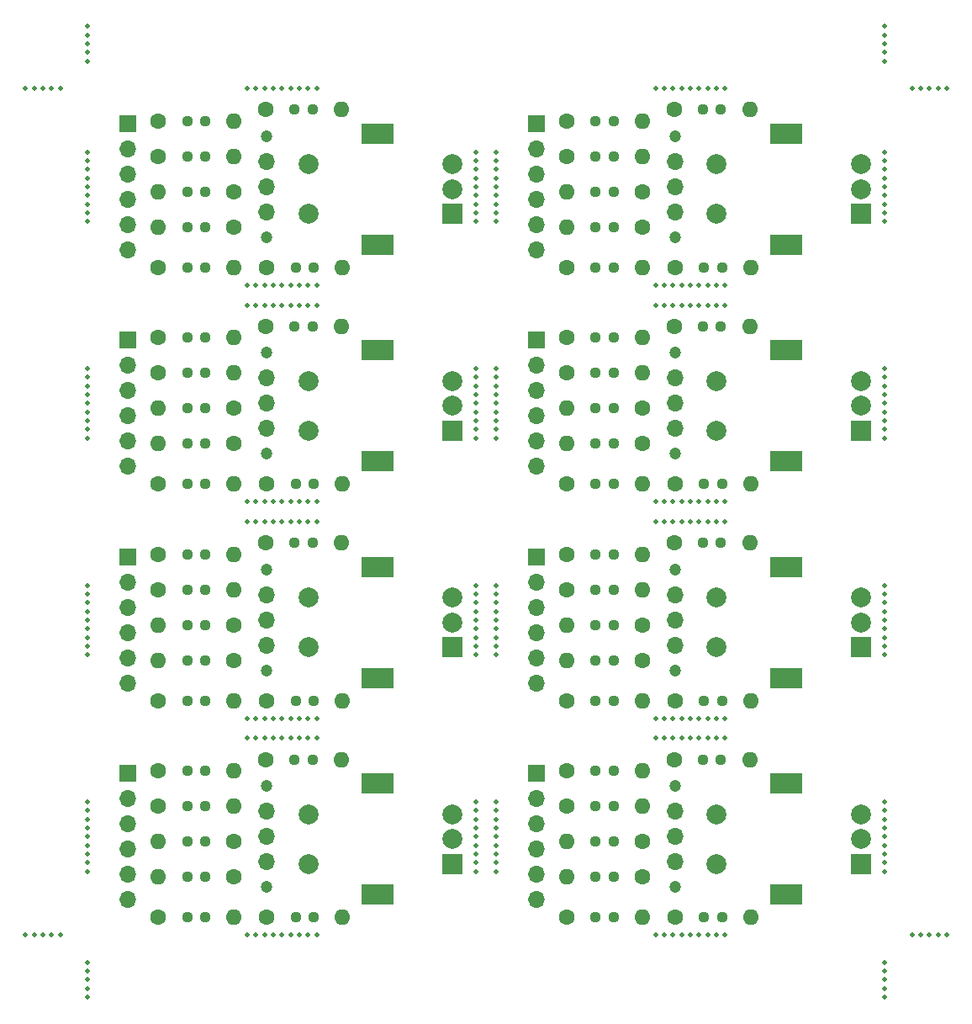
<source format=gbr>
%TF.GenerationSoftware,KiCad,Pcbnew,7.0.2*%
%TF.CreationDate,2023-06-05T19:45:02+09:00*%
%TF.ProjectId,kikit,6b696b69-742e-46b6-9963-61645f706362,rev?*%
%TF.SameCoordinates,Original*%
%TF.FileFunction,Soldermask,Top*%
%TF.FilePolarity,Negative*%
%FSLAX46Y46*%
G04 Gerber Fmt 4.6, Leading zero omitted, Abs format (unit mm)*
G04 Created by KiCad (PCBNEW 7.0.2) date 2023-06-05 19:45:02*
%MOMM*%
%LPD*%
G01*
G04 APERTURE LIST*
G04 Aperture macros list*
%AMRoundRect*
0 Rectangle with rounded corners*
0 $1 Rounding radius*
0 $2 $3 $4 $5 $6 $7 $8 $9 X,Y pos of 4 corners*
0 Add a 4 corners polygon primitive as box body*
4,1,4,$2,$3,$4,$5,$6,$7,$8,$9,$2,$3,0*
0 Add four circle primitives for the rounded corners*
1,1,$1+$1,$2,$3*
1,1,$1+$1,$4,$5*
1,1,$1+$1,$6,$7*
1,1,$1+$1,$8,$9*
0 Add four rect primitives between the rounded corners*
20,1,$1+$1,$2,$3,$4,$5,0*
20,1,$1+$1,$4,$5,$6,$7,0*
20,1,$1+$1,$6,$7,$8,$9,0*
20,1,$1+$1,$8,$9,$2,$3,0*%
G04 Aperture macros list end*
%ADD10C,1.600000*%
%ADD11RoundRect,0.237500X-0.250000X-0.237500X0.250000X-0.237500X0.250000X0.237500X-0.250000X0.237500X0*%
%ADD12O,1.600000X1.600000*%
%ADD13C,0.500000*%
%ADD14RoundRect,0.237500X0.250000X0.237500X-0.250000X0.237500X-0.250000X-0.237500X0.250000X-0.237500X0*%
%ADD15C,1.200000*%
%ADD16O,1.700000X1.700000*%
%ADD17R,2.000000X2.000000*%
%ADD18C,2.000000*%
%ADD19R,3.200000X2.000000*%
%ADD20R,1.700000X1.700000*%
G04 APERTURE END LIST*
D10*
%TO.C,R2*%
X156612000Y-30276600D03*
D11*
X159509500Y-30276600D03*
X161334500Y-30276600D03*
D12*
X164232000Y-30276600D03*
%TD*%
D13*
%TO.C,REF\u002A\u002A*%
X147494300Y-83987759D03*
%TD*%
%TO.C,REF\u002A\u002A*%
X124438100Y-48795104D03*
%TD*%
%TO.C,REF\u002A\u002A*%
X147496092Y-58692656D03*
%TD*%
%TO.C,REF\u002A\u002A*%
X102126200Y-112180416D03*
%TD*%
%TO.C,REF\u002A\u002A*%
X167311900Y-90380921D03*
%TD*%
%TO.C,REF\u002A\u002A*%
X167311900Y-92385312D03*
%TD*%
D10*
%TO.C,R3*%
X115488200Y-55627704D03*
D11*
X118385700Y-55627704D03*
X120210700Y-55627704D03*
D12*
X123108200Y-55627704D03*
%TD*%
D13*
%TO.C,REF\u002A\u002A*%
X147496988Y-78737760D03*
%TD*%
%TO.C,REF\u002A\u002A*%
X170811899Y-90381730D03*
%TD*%
%TO.C,REF\u002A\u002A*%
X169936899Y-90381527D03*
%TD*%
%TO.C,REF\u002A\u002A*%
X108376200Y-59567656D03*
%TD*%
%TO.C,REF\u002A\u002A*%
X149500000Y-79612760D03*
%TD*%
%TO.C,REF\u002A\u002A*%
X126188100Y-48795104D03*
%TD*%
D10*
%TO.C,R7*%
X167534000Y-88598808D03*
D11*
X170431500Y-88598808D03*
X172256500Y-88598808D03*
D12*
X175154000Y-88598808D03*
%TD*%
D13*
%TO.C,REF\u002A\u002A*%
X129688099Y-90381730D03*
%TD*%
%TO.C,REF\u002A\u002A*%
X188623800Y-20750000D03*
%TD*%
%TO.C,REF\u002A\u002A*%
X124438100Y-92385312D03*
%TD*%
%TO.C,REF\u002A\u002A*%
X167311900Y-70590208D03*
%TD*%
%TO.C,REF\u002A\u002A*%
X108376200Y-62192656D03*
%TD*%
%TO.C,REF\u002A\u002A*%
X166436900Y-27000000D03*
%TD*%
%TO.C,REF\u002A\u002A*%
X127063101Y-112176227D03*
%TD*%
%TO.C,REF\u002A\u002A*%
X165561900Y-48795104D03*
%TD*%
D10*
%TO.C,R5*%
X167407000Y-29133600D03*
D11*
X170304500Y-29133600D03*
X172129500Y-29133600D03*
D12*
X175027000Y-29133600D03*
%TD*%
D13*
%TO.C,REF\u002A\u002A*%
X147494748Y-83112759D03*
%TD*%
D10*
%TO.C,R5*%
X126283200Y-29133600D03*
D11*
X129180700Y-29133600D03*
X131005700Y-29133600D03*
D12*
X133903200Y-29133600D03*
%TD*%
D13*
%TO.C,REF\u002A\u002A*%
X188620788Y-78737760D03*
%TD*%
%TO.C,REF\u002A\u002A*%
X170811899Y-46791522D03*
%TD*%
D10*
%TO.C,R6*%
X164232000Y-40944600D03*
D14*
X161334500Y-40944600D03*
X159509500Y-40944600D03*
D12*
X156612000Y-40944600D03*
%TD*%
D13*
%TO.C,REF\u002A\u002A*%
X130563100Y-48795104D03*
%TD*%
%TO.C,REF\u002A\u002A*%
X149500000Y-81362760D03*
%TD*%
%TO.C,REF\u002A\u002A*%
X126188101Y-68585817D03*
%TD*%
%TO.C,REF\u002A\u002A*%
X188618548Y-39522551D03*
%TD*%
D15*
%TO.C,SW1*%
X126410200Y-97185912D03*
X126410200Y-107345912D03*
D16*
X126410200Y-99725912D03*
X126410200Y-102265912D03*
X126410200Y-104805912D03*
%TD*%
D10*
%TO.C,R7*%
X126410200Y-88598808D03*
D11*
X129307700Y-88598808D03*
X131132700Y-88598808D03*
D12*
X134030200Y-88598808D03*
%TD*%
D13*
%TO.C,REF\u002A\u002A*%
X188621684Y-76987760D03*
%TD*%
%TO.C,REF\u002A\u002A*%
X149500000Y-83112760D03*
%TD*%
%TO.C,REF\u002A\u002A*%
X170811900Y-92385312D03*
%TD*%
%TO.C,REF\u002A\u002A*%
X149500000Y-60442656D03*
%TD*%
%TO.C,REF\u002A\u002A*%
X102126200Y-27000000D03*
%TD*%
%TO.C,REF\u002A\u002A*%
X193998800Y-112180416D03*
%TD*%
%TO.C,REF\u002A\u002A*%
X188618100Y-62192655D03*
%TD*%
%TO.C,REF\u002A\u002A*%
X172561900Y-27000000D03*
%TD*%
%TO.C,REF\u002A\u002A*%
X169936899Y-68586423D03*
%TD*%
%TO.C,REF\u002A\u002A*%
X108376200Y-79612760D03*
%TD*%
%TO.C,REF\u002A\u002A*%
X147495196Y-82237759D03*
%TD*%
%TO.C,REF\u002A\u002A*%
X149500000Y-83987760D03*
%TD*%
%TO.C,REF\u002A\u002A*%
X130563100Y-92385312D03*
%TD*%
%TO.C,REF\u002A\u002A*%
X168186900Y-112176227D03*
%TD*%
%TO.C,REF\u002A\u002A*%
X188623800Y-117555416D03*
%TD*%
%TO.C,REF\u002A\u002A*%
X126188100Y-70590208D03*
%TD*%
%TO.C,REF\u002A\u002A*%
X130563100Y-27000000D03*
%TD*%
%TO.C,REF\u002A\u002A*%
X171686900Y-48795104D03*
%TD*%
%TO.C,REF\u002A\u002A*%
X127063101Y-68586019D03*
%TD*%
%TO.C,REF\u002A\u002A*%
X128813100Y-27000000D03*
%TD*%
%TO.C,REF\u002A\u002A*%
X149500000Y-56067656D03*
%TD*%
%TO.C,REF\u002A\u002A*%
X127063100Y-92385312D03*
%TD*%
%TO.C,REF\u002A\u002A*%
X188620340Y-79612760D03*
%TD*%
%TO.C,REF\u002A\u002A*%
X125313100Y-48795104D03*
%TD*%
%TO.C,REF\u002A\u002A*%
X149500000Y-34272552D03*
%TD*%
%TO.C,REF\u002A\u002A*%
X166436900Y-46790511D03*
%TD*%
%TO.C,REF\u002A\u002A*%
X108376200Y-36022552D03*
%TD*%
%TO.C,REF\u002A\u002A*%
X147495644Y-59567655D03*
%TD*%
%TO.C,REF\u002A\u002A*%
X168186900Y-68586019D03*
%TD*%
D17*
%TO.C,SW2*%
X145086200Y-61429704D03*
D18*
X145086200Y-56429704D03*
X145086200Y-58929704D03*
D19*
X137586200Y-64529704D03*
X137586200Y-53329704D03*
D18*
X130586200Y-56429704D03*
X130586200Y-61429704D03*
%TD*%
D10*
%TO.C,R3*%
X115488200Y-33832600D03*
D11*
X118385700Y-33832600D03*
X120210700Y-33832600D03*
D12*
X123108200Y-33832600D03*
%TD*%
D13*
%TO.C,REF\u002A\u002A*%
X131438100Y-27000000D03*
%TD*%
%TO.C,REF\u002A\u002A*%
X188619444Y-81362759D03*
%TD*%
%TO.C,REF\u002A\u002A*%
X103001200Y-112180416D03*
%TD*%
%TO.C,REF\u002A\u002A*%
X170811900Y-27000000D03*
%TD*%
%TO.C,REF\u002A\u002A*%
X149500000Y-105782864D03*
%TD*%
%TO.C,REF\u002A\u002A*%
X108376200Y-80487760D03*
%TD*%
D10*
%TO.C,R5*%
X167407000Y-72723808D03*
D11*
X170304500Y-72723808D03*
X172129500Y-72723808D03*
D12*
X175027000Y-72723808D03*
%TD*%
D13*
%TO.C,REF\u002A\u002A*%
X149500000Y-99657864D03*
%TD*%
D10*
%TO.C,R7*%
X167534000Y-110393912D03*
D11*
X170431500Y-110393912D03*
X172256500Y-110393912D03*
D12*
X175154000Y-110393912D03*
%TD*%
D13*
%TO.C,REF\u002A\u002A*%
X149500000Y-55192656D03*
%TD*%
%TO.C,REF\u002A\u002A*%
X108376200Y-99657864D03*
%TD*%
%TO.C,REF\u002A\u002A*%
X126188100Y-27000000D03*
%TD*%
%TO.C,REF\u002A\u002A*%
X147496540Y-36022553D03*
%TD*%
%TO.C,REF\u002A\u002A*%
X124438101Y-68585413D03*
%TD*%
%TO.C,REF\u002A\u002A*%
X188618996Y-60442655D03*
%TD*%
D10*
%TO.C,R1*%
X123108200Y-80978808D03*
D14*
X120210700Y-80978808D03*
X118385700Y-80978808D03*
D12*
X115488200Y-80978808D03*
%TD*%
D10*
%TO.C,R2*%
X115488200Y-73866808D03*
D11*
X118385700Y-73866808D03*
X120210700Y-73866808D03*
D12*
X123108200Y-73866808D03*
%TD*%
D10*
%TO.C,R1*%
X123108200Y-59183704D03*
D14*
X120210700Y-59183704D03*
X118385700Y-59183704D03*
D12*
X115488200Y-59183704D03*
%TD*%
D13*
%TO.C,REF\u002A\u002A*%
X127938100Y-92385312D03*
%TD*%
%TO.C,REF\u002A\u002A*%
X170811900Y-48795104D03*
%TD*%
%TO.C,REF\u002A\u002A*%
X147495644Y-81362759D03*
%TD*%
%TO.C,REF\u002A\u002A*%
X125313101Y-112175823D03*
%TD*%
%TO.C,REF\u002A\u002A*%
X169936900Y-27000000D03*
%TD*%
%TO.C,REF\u002A\u002A*%
X188623800Y-22500000D03*
%TD*%
%TO.C,REF\u002A\u002A*%
X149500000Y-104907864D03*
%TD*%
%TO.C,REF\u002A\u002A*%
X188620788Y-56942656D03*
%TD*%
%TO.C,REF\u002A\u002A*%
X103876200Y-27000000D03*
%TD*%
%TO.C,REF\u002A\u002A*%
X129688100Y-92385312D03*
%TD*%
D15*
%TO.C,SW1*%
X126410200Y-75390808D03*
X126410200Y-85550808D03*
D16*
X126410200Y-77930808D03*
X126410200Y-80470808D03*
X126410200Y-83010808D03*
%TD*%
D10*
%TO.C,R7*%
X126410200Y-45008600D03*
D11*
X129307700Y-45008600D03*
X131132700Y-45008600D03*
D12*
X134030200Y-45008600D03*
%TD*%
D13*
%TO.C,REF\u002A\u002A*%
X188621684Y-98782864D03*
%TD*%
%TO.C,REF\u002A\u002A*%
X188623800Y-115805416D03*
%TD*%
%TO.C,REF\u002A\u002A*%
X191373800Y-27000000D03*
%TD*%
%TO.C,REF\u002A\u002A*%
X108376200Y-104907864D03*
%TD*%
D20*
%TO.C,J1*%
X112440200Y-74120808D03*
D16*
X112440200Y-76660808D03*
X112440200Y-79200808D03*
X112440200Y-81740808D03*
X112440200Y-84280808D03*
X112440200Y-86820808D03*
%TD*%
D13*
%TO.C,REF\u002A\u002A*%
X127938100Y-90381325D03*
%TD*%
%TO.C,REF\u002A\u002A*%
X147496540Y-79612760D03*
%TD*%
D10*
%TO.C,R2*%
X115488200Y-30276600D03*
D11*
X118385700Y-30276600D03*
X120210700Y-30276600D03*
D12*
X123108200Y-30276600D03*
%TD*%
D13*
%TO.C,REF\u002A\u002A*%
X130563099Y-90381932D03*
%TD*%
%TO.C,REF\u002A\u002A*%
X147497436Y-77862760D03*
%TD*%
%TO.C,REF\u002A\u002A*%
X169061900Y-92385312D03*
%TD*%
%TO.C,REF\u002A\u002A*%
X188619444Y-103157863D03*
%TD*%
%TO.C,REF\u002A\u002A*%
X125313101Y-68585615D03*
%TD*%
D10*
%TO.C,R6*%
X123108200Y-84534808D03*
D14*
X120210700Y-84534808D03*
X118385700Y-84534808D03*
D12*
X115488200Y-84534808D03*
%TD*%
D13*
%TO.C,REF\u002A\u002A*%
X149500000Y-100532864D03*
%TD*%
D10*
%TO.C,R5*%
X126283200Y-72723808D03*
D11*
X129180700Y-72723808D03*
X131005700Y-72723808D03*
D12*
X133903200Y-72723808D03*
%TD*%
D13*
%TO.C,REF\u002A\u002A*%
X127938100Y-48795104D03*
%TD*%
%TO.C,REF\u002A\u002A*%
X108376200Y-77862760D03*
%TD*%
D10*
%TO.C,R5*%
X126283200Y-50928704D03*
D11*
X129180700Y-50928704D03*
X131005700Y-50928704D03*
D12*
X133903200Y-50928704D03*
%TD*%
D15*
%TO.C,SW1*%
X167534000Y-97185912D03*
X167534000Y-107345912D03*
D16*
X167534000Y-99725912D03*
X167534000Y-102265912D03*
X167534000Y-104805912D03*
%TD*%
D13*
%TO.C,REF\u002A\u002A*%
X192248800Y-112180416D03*
%TD*%
%TO.C,REF\u002A\u002A*%
X188618100Y-105782863D03*
%TD*%
%TO.C,REF\u002A\u002A*%
X147496988Y-100532864D03*
%TD*%
D10*
%TO.C,R4*%
X115488200Y-66803704D03*
D11*
X118385700Y-66803704D03*
X120210700Y-66803704D03*
D12*
X123108200Y-66803704D03*
%TD*%
D13*
%TO.C,REF\u002A\u002A*%
X108376200Y-58692656D03*
%TD*%
%TO.C,REF\u002A\u002A*%
X108376200Y-114930416D03*
%TD*%
%TO.C,REF\u002A\u002A*%
X147496988Y-35147553D03*
%TD*%
%TO.C,REF\u002A\u002A*%
X108376200Y-116680416D03*
%TD*%
%TO.C,REF\u002A\u002A*%
X172561900Y-48795104D03*
%TD*%
%TO.C,REF\u002A\u002A*%
X149500000Y-39522552D03*
%TD*%
%TO.C,REF\u002A\u002A*%
X166436900Y-70590208D03*
%TD*%
D10*
%TO.C,R1*%
X164232000Y-102773912D03*
D14*
X161334500Y-102773912D03*
X159509500Y-102773912D03*
D12*
X156612000Y-102773912D03*
%TD*%
D13*
%TO.C,REF\u002A\u002A*%
X147497884Y-55192656D03*
%TD*%
%TO.C,REF\u002A\u002A*%
X108376200Y-118430416D03*
%TD*%
%TO.C,REF\u002A\u002A*%
X188619892Y-58692656D03*
%TD*%
%TO.C,REF\u002A\u002A*%
X188621236Y-56067656D03*
%TD*%
%TO.C,REF\u002A\u002A*%
X103876200Y-112180416D03*
%TD*%
%TO.C,REF\u002A\u002A*%
X188620788Y-100532864D03*
%TD*%
%TO.C,REF\u002A\u002A*%
X166436900Y-92385312D03*
%TD*%
%TO.C,REF\u002A\u002A*%
X147496988Y-56942656D03*
%TD*%
%TO.C,REF\u002A\u002A*%
X188620340Y-57817656D03*
%TD*%
%TO.C,REF\u002A\u002A*%
X108376200Y-38647552D03*
%TD*%
%TO.C,REF\u002A\u002A*%
X108376200Y-115805416D03*
%TD*%
%TO.C,REF\u002A\u002A*%
X131438100Y-70590208D03*
%TD*%
%TO.C,REF\u002A\u002A*%
X165561900Y-27000000D03*
%TD*%
%TO.C,REF\u002A\u002A*%
X108376200Y-36897552D03*
%TD*%
%TO.C,REF\u002A\u002A*%
X149500000Y-40397552D03*
%TD*%
%TO.C,REF\u002A\u002A*%
X147496092Y-80487760D03*
%TD*%
%TO.C,REF\u002A\u002A*%
X191373800Y-112180416D03*
%TD*%
%TO.C,REF\u002A\u002A*%
X171686899Y-90381932D03*
%TD*%
%TO.C,REF\u002A\u002A*%
X125313101Y-90380719D03*
%TD*%
%TO.C,REF\u002A\u002A*%
X128813099Y-112176631D03*
%TD*%
%TO.C,REF\u002A\u002A*%
X169061900Y-90381325D03*
%TD*%
%TO.C,REF\u002A\u002A*%
X124438101Y-46790309D03*
%TD*%
%TO.C,REF\u002A\u002A*%
X172561899Y-46791926D03*
%TD*%
D10*
%TO.C,R5*%
X126283200Y-94518912D03*
D11*
X129180700Y-94518912D03*
X131005700Y-94518912D03*
D12*
X133903200Y-94518912D03*
%TD*%
D13*
%TO.C,REF\u002A\u002A*%
X188618996Y-38647551D03*
%TD*%
D10*
%TO.C,R1*%
X164232000Y-59183704D03*
D14*
X161334500Y-59183704D03*
X159509500Y-59183704D03*
D12*
X156612000Y-59183704D03*
%TD*%
D13*
%TO.C,REF\u002A\u002A*%
X131438099Y-68587030D03*
%TD*%
%TO.C,REF\u002A\u002A*%
X108376200Y-22500000D03*
%TD*%
%TO.C,REF\u002A\u002A*%
X168186900Y-27000000D03*
%TD*%
%TO.C,REF\u002A\u002A*%
X149500000Y-98782864D03*
%TD*%
%TO.C,REF\u002A\u002A*%
X108376200Y-20750000D03*
%TD*%
%TO.C,REF\u002A\u002A*%
X188620788Y-35147553D03*
%TD*%
%TO.C,REF\u002A\u002A*%
X108376200Y-98782864D03*
%TD*%
D10*
%TO.C,R2*%
X156612000Y-52071704D03*
D11*
X159509500Y-52071704D03*
X161334500Y-52071704D03*
D12*
X164232000Y-52071704D03*
%TD*%
D13*
%TO.C,REF\u002A\u002A*%
X149500000Y-36897552D03*
%TD*%
%TO.C,REF\u002A\u002A*%
X194873800Y-112180416D03*
%TD*%
%TO.C,REF\u002A\u002A*%
X166436900Y-48795104D03*
%TD*%
%TO.C,REF\u002A\u002A*%
X126188100Y-92385312D03*
%TD*%
D15*
%TO.C,SW1*%
X167534000Y-53595704D03*
X167534000Y-63755704D03*
D16*
X167534000Y-56135704D03*
X167534000Y-58675704D03*
X167534000Y-61215704D03*
%TD*%
D13*
%TO.C,REF\u002A\u002A*%
X127063101Y-90381123D03*
%TD*%
%TO.C,REF\u002A\u002A*%
X168186900Y-92385312D03*
%TD*%
%TO.C,REF\u002A\u002A*%
X188618996Y-82237759D03*
%TD*%
%TO.C,REF\u002A\u002A*%
X188621684Y-55192656D03*
%TD*%
%TO.C,REF\u002A\u002A*%
X130563099Y-46791724D03*
%TD*%
%TO.C,REF\u002A\u002A*%
X149500000Y-57817656D03*
%TD*%
D10*
%TO.C,R6*%
X164232000Y-84534808D03*
D14*
X161334500Y-84534808D03*
X159509500Y-84534808D03*
D12*
X156612000Y-84534808D03*
%TD*%
D13*
%TO.C,REF\u002A\u002A*%
X108376200Y-82237760D03*
%TD*%
%TO.C,REF\u002A\u002A*%
X129688099Y-46791522D03*
%TD*%
%TO.C,REF\u002A\u002A*%
X172561899Y-68587030D03*
%TD*%
%TO.C,REF\u002A\u002A*%
X128813100Y-48795104D03*
%TD*%
%TO.C,REF\u002A\u002A*%
X165561900Y-46790309D03*
%TD*%
%TO.C,REF\u002A\u002A*%
X188618548Y-104907863D03*
%TD*%
%TO.C,REF\u002A\u002A*%
X188623800Y-118430416D03*
%TD*%
%TO.C,REF\u002A\u002A*%
X171686899Y-112177036D03*
%TD*%
%TO.C,REF\u002A\u002A*%
X108376200Y-61317656D03*
%TD*%
%TO.C,REF\u002A\u002A*%
X127063100Y-48795104D03*
%TD*%
%TO.C,REF\u002A\u002A*%
X149500000Y-76987760D03*
%TD*%
%TO.C,REF\u002A\u002A*%
X108376200Y-34272552D03*
%TD*%
%TO.C,REF\u002A\u002A*%
X103001200Y-27000000D03*
%TD*%
%TO.C,REF\u002A\u002A*%
X129688100Y-70590208D03*
%TD*%
%TO.C,REF\u002A\u002A*%
X188621236Y-77862760D03*
%TD*%
%TO.C,REF\u002A\u002A*%
X188618100Y-83987759D03*
%TD*%
%TO.C,REF\u002A\u002A*%
X170811899Y-68586626D03*
%TD*%
%TO.C,REF\u002A\u002A*%
X166436900Y-68585615D03*
%TD*%
%TO.C,REF\u002A\u002A*%
X169936899Y-46791319D03*
%TD*%
%TO.C,REF\u002A\u002A*%
X167311900Y-27000000D03*
%TD*%
%TO.C,REF\u002A\u002A*%
X188621236Y-99657864D03*
%TD*%
%TO.C,REF\u002A\u002A*%
X192248800Y-27000000D03*
%TD*%
%TO.C,REF\u002A\u002A*%
X105626200Y-27000000D03*
%TD*%
%TO.C,REF\u002A\u002A*%
X131438099Y-46791926D03*
%TD*%
%TO.C,REF\u002A\u002A*%
X167311900Y-112176025D03*
%TD*%
%TO.C,REF\u002A\u002A*%
X147497884Y-33397553D03*
%TD*%
%TO.C,REF\u002A\u002A*%
X147495196Y-38647551D03*
%TD*%
D10*
%TO.C,R1*%
X123108200Y-102773912D03*
D14*
X120210700Y-102773912D03*
X118385700Y-102773912D03*
D12*
X115488200Y-102773912D03*
%TD*%
D13*
%TO.C,REF\u002A\u002A*%
X188619892Y-36897552D03*
%TD*%
D17*
%TO.C,SW2*%
X186210000Y-83224808D03*
D18*
X186210000Y-78224808D03*
X186210000Y-80724808D03*
D19*
X178710000Y-86324808D03*
X178710000Y-75124808D03*
D18*
X171710000Y-78224808D03*
X171710000Y-83224808D03*
%TD*%
D17*
%TO.C,SW2*%
X145086200Y-83224808D03*
D18*
X145086200Y-78224808D03*
X145086200Y-80724808D03*
D19*
X137586200Y-86324808D03*
X137586200Y-75124808D03*
D18*
X130586200Y-78224808D03*
X130586200Y-83224808D03*
%TD*%
D10*
%TO.C,R4*%
X156612000Y-45008600D03*
D11*
X159509500Y-45008600D03*
X161334500Y-45008600D03*
D12*
X164232000Y-45008600D03*
%TD*%
D13*
%TO.C,REF\u002A\u002A*%
X108376200Y-105782864D03*
%TD*%
%TO.C,REF\u002A\u002A*%
X125313100Y-92385312D03*
%TD*%
%TO.C,REF\u002A\u002A*%
X188618996Y-104032863D03*
%TD*%
%TO.C,REF\u002A\u002A*%
X127938100Y-46791117D03*
%TD*%
%TO.C,REF\u002A\u002A*%
X108376200Y-21625000D03*
%TD*%
%TO.C,REF\u002A\u002A*%
X193123800Y-27000000D03*
%TD*%
%TO.C,REF\u002A\u002A*%
X108376200Y-37772552D03*
%TD*%
%TO.C,REF\u002A\u002A*%
X168186900Y-48795104D03*
%TD*%
D15*
%TO.C,SW1*%
X167534000Y-31800600D03*
X167534000Y-41960600D03*
D16*
X167534000Y-34340600D03*
X167534000Y-36880600D03*
X167534000Y-39420600D03*
%TD*%
D13*
%TO.C,REF\u002A\u002A*%
X149500000Y-101407864D03*
%TD*%
%TO.C,REF\u002A\u002A*%
X169936900Y-70590208D03*
%TD*%
%TO.C,REF\u002A\u002A*%
X129688100Y-27000000D03*
%TD*%
%TO.C,REF\u002A\u002A*%
X167311900Y-68585817D03*
%TD*%
%TO.C,REF\u002A\u002A*%
X149500000Y-33397552D03*
%TD*%
%TO.C,REF\u002A\u002A*%
X188623800Y-116680416D03*
%TD*%
%TO.C,REF\u002A\u002A*%
X194873800Y-27000000D03*
%TD*%
%TO.C,REF\u002A\u002A*%
X131438099Y-90382134D03*
%TD*%
D10*
%TO.C,R3*%
X156612000Y-33832600D03*
D11*
X159509500Y-33832600D03*
X161334500Y-33832600D03*
D12*
X164232000Y-33832600D03*
%TD*%
D13*
%TO.C,REF\u002A\u002A*%
X188623800Y-24250000D03*
%TD*%
%TO.C,REF\u002A\u002A*%
X108376200Y-33397552D03*
%TD*%
%TO.C,REF\u002A\u002A*%
X149500000Y-56942656D03*
%TD*%
D10*
%TO.C,R7*%
X167534000Y-66803704D03*
D11*
X170431500Y-66803704D03*
X172256500Y-66803704D03*
D12*
X175154000Y-66803704D03*
%TD*%
D13*
%TO.C,REF\u002A\u002A*%
X147495644Y-103157863D03*
%TD*%
%TO.C,REF\u002A\u002A*%
X168186900Y-90381123D03*
%TD*%
D10*
%TO.C,R1*%
X164232000Y-80978808D03*
D14*
X161334500Y-80978808D03*
X159509500Y-80978808D03*
D12*
X156612000Y-80978808D03*
%TD*%
D13*
%TO.C,REF\u002A\u002A*%
X127938100Y-112176429D03*
%TD*%
%TO.C,REF\u002A\u002A*%
X169061900Y-70590208D03*
%TD*%
%TO.C,REF\u002A\u002A*%
X169061900Y-46791117D03*
%TD*%
%TO.C,REF\u002A\u002A*%
X147494748Y-104907863D03*
%TD*%
%TO.C,REF\u002A\u002A*%
X147494300Y-62192655D03*
%TD*%
%TO.C,REF\u002A\u002A*%
X147494300Y-105782863D03*
%TD*%
%TO.C,REF\u002A\u002A*%
X108376200Y-56067656D03*
%TD*%
%TO.C,REF\u002A\u002A*%
X167311900Y-46790713D03*
%TD*%
%TO.C,REF\u002A\u002A*%
X147495644Y-37772551D03*
%TD*%
D20*
%TO.C,J1*%
X153564000Y-95915912D03*
D16*
X153564000Y-98455912D03*
X153564000Y-100995912D03*
X153564000Y-103535912D03*
X153564000Y-106075912D03*
X153564000Y-108615912D03*
%TD*%
D13*
%TO.C,REF\u002A\u002A*%
X167311900Y-48795104D03*
%TD*%
%TO.C,REF\u002A\u002A*%
X129688099Y-68586626D03*
%TD*%
%TO.C,REF\u002A\u002A*%
X171686900Y-70590208D03*
%TD*%
%TO.C,REF\u002A\u002A*%
X188620340Y-101407864D03*
%TD*%
%TO.C,REF\u002A\u002A*%
X129688099Y-112176834D03*
%TD*%
D10*
%TO.C,R4*%
X156612000Y-88598808D03*
D11*
X159509500Y-88598808D03*
X161334500Y-88598808D03*
D12*
X164232000Y-88598808D03*
%TD*%
D13*
%TO.C,REF\u002A\u002A*%
X108376200Y-104032864D03*
%TD*%
%TO.C,REF\u002A\u002A*%
X149500000Y-38647552D03*
%TD*%
%TO.C,REF\u002A\u002A*%
X127063100Y-70590208D03*
%TD*%
D10*
%TO.C,R2*%
X156612000Y-73866808D03*
D11*
X159509500Y-73866808D03*
X161334500Y-73866808D03*
D12*
X164232000Y-73866808D03*
%TD*%
D13*
%TO.C,REF\u002A\u002A*%
X168186900Y-46790915D03*
%TD*%
D10*
%TO.C,R2*%
X156612000Y-95661912D03*
D11*
X159509500Y-95661912D03*
X161334500Y-95661912D03*
D12*
X164232000Y-95661912D03*
%TD*%
D10*
%TO.C,R4*%
X156612000Y-66803704D03*
D11*
X159509500Y-66803704D03*
X161334500Y-66803704D03*
D12*
X164232000Y-66803704D03*
%TD*%
D13*
%TO.C,REF\u002A\u002A*%
X149500000Y-78737760D03*
%TD*%
%TO.C,REF\u002A\u002A*%
X126188101Y-46790713D03*
%TD*%
%TO.C,REF\u002A\u002A*%
X147495196Y-60442655D03*
%TD*%
%TO.C,REF\u002A\u002A*%
X149500000Y-59567656D03*
%TD*%
D20*
%TO.C,J1*%
X153564000Y-30530600D03*
D16*
X153564000Y-33070600D03*
X153564000Y-35610600D03*
X153564000Y-38150600D03*
X153564000Y-40690600D03*
X153564000Y-43230600D03*
%TD*%
D13*
%TO.C,REF\u002A\u002A*%
X128813099Y-46791319D03*
%TD*%
%TO.C,REF\u002A\u002A*%
X188618548Y-61317655D03*
%TD*%
%TO.C,REF\u002A\u002A*%
X169061900Y-27000000D03*
%TD*%
%TO.C,REF\u002A\u002A*%
X165561900Y-90380517D03*
%TD*%
D17*
%TO.C,SW2*%
X186210000Y-39634600D03*
D18*
X186210000Y-34634600D03*
X186210000Y-37134600D03*
D19*
X178710000Y-42734600D03*
X178710000Y-31534600D03*
D18*
X171710000Y-34634600D03*
X171710000Y-39634600D03*
%TD*%
D13*
%TO.C,REF\u002A\u002A*%
X125313100Y-27000000D03*
%TD*%
%TO.C,REF\u002A\u002A*%
X169936899Y-112176631D03*
%TD*%
%TO.C,REF\u002A\u002A*%
X130563100Y-70590208D03*
%TD*%
%TO.C,REF\u002A\u002A*%
X128813100Y-70590208D03*
%TD*%
%TO.C,REF\u002A\u002A*%
X131438099Y-112177238D03*
%TD*%
%TO.C,REF\u002A\u002A*%
X108376200Y-101407864D03*
%TD*%
D10*
%TO.C,R7*%
X126410200Y-110393912D03*
D11*
X129307700Y-110393912D03*
X131132700Y-110393912D03*
D12*
X134030200Y-110393912D03*
%TD*%
D13*
%TO.C,REF\u002A\u002A*%
X169061900Y-48795104D03*
%TD*%
%TO.C,REF\u002A\u002A*%
X188623800Y-114930416D03*
%TD*%
D10*
%TO.C,R2*%
X115488200Y-95661912D03*
D11*
X118385700Y-95661912D03*
X120210700Y-95661912D03*
D12*
X123108200Y-95661912D03*
%TD*%
D13*
%TO.C,REF\u002A\u002A*%
X149500000Y-103157864D03*
%TD*%
%TO.C,REF\u002A\u002A*%
X171686899Y-68586828D03*
%TD*%
%TO.C,REF\u002A\u002A*%
X170811900Y-70590208D03*
%TD*%
%TO.C,REF\u002A\u002A*%
X124438100Y-70590208D03*
%TD*%
D15*
%TO.C,SW1*%
X126410200Y-31800600D03*
X126410200Y-41960600D03*
D16*
X126410200Y-34340600D03*
X126410200Y-36880600D03*
X126410200Y-39420600D03*
%TD*%
D10*
%TO.C,R4*%
X115488200Y-88598808D03*
D11*
X118385700Y-88598808D03*
X120210700Y-88598808D03*
D12*
X123108200Y-88598808D03*
%TD*%
D20*
%TO.C,J1*%
X153564000Y-74120808D03*
D16*
X153564000Y-76660808D03*
X153564000Y-79200808D03*
X153564000Y-81740808D03*
X153564000Y-84280808D03*
X153564000Y-86820808D03*
%TD*%
D13*
%TO.C,REF\u002A\u002A*%
X149500000Y-61317656D03*
%TD*%
%TO.C,REF\u002A\u002A*%
X125313100Y-70590208D03*
%TD*%
%TO.C,REF\u002A\u002A*%
X149500000Y-82237760D03*
%TD*%
%TO.C,REF\u002A\u002A*%
X165561900Y-112175621D03*
%TD*%
%TO.C,REF\u002A\u002A*%
X172561899Y-90382134D03*
%TD*%
%TO.C,REF\u002A\u002A*%
X188618100Y-40397551D03*
%TD*%
%TO.C,REF\u002A\u002A*%
X149500000Y-80487760D03*
%TD*%
%TO.C,REF\u002A\u002A*%
X108376200Y-55192656D03*
%TD*%
%TO.C,REF\u002A\u002A*%
X147497884Y-98782864D03*
%TD*%
%TO.C,REF\u002A\u002A*%
X108376200Y-83987760D03*
%TD*%
D10*
%TO.C,R5*%
X167407000Y-94518912D03*
D11*
X170304500Y-94518912D03*
X172129500Y-94518912D03*
D12*
X175027000Y-94518912D03*
%TD*%
D13*
%TO.C,REF\u002A\u002A*%
X131438100Y-92385312D03*
%TD*%
%TO.C,REF\u002A\u002A*%
X124438101Y-112175621D03*
%TD*%
%TO.C,REF\u002A\u002A*%
X147497436Y-56067656D03*
%TD*%
%TO.C,REF\u002A\u002A*%
X188621236Y-34272553D03*
%TD*%
D10*
%TO.C,R7*%
X126410200Y-66803704D03*
D11*
X129307700Y-66803704D03*
X131132700Y-66803704D03*
D12*
X134030200Y-66803704D03*
%TD*%
D13*
%TO.C,REF\u002A\u002A*%
X124438101Y-90380517D03*
%TD*%
%TO.C,REF\u002A\u002A*%
X131438100Y-48795104D03*
%TD*%
%TO.C,REF\u002A\u002A*%
X188619444Y-59567655D03*
%TD*%
%TO.C,REF\u002A\u002A*%
X147496540Y-57817656D03*
%TD*%
D10*
%TO.C,R6*%
X164232000Y-106329912D03*
D14*
X161334500Y-106329912D03*
X159509500Y-106329912D03*
D12*
X156612000Y-106329912D03*
%TD*%
D10*
%TO.C,R3*%
X156612000Y-55627704D03*
D11*
X159509500Y-55627704D03*
X161334500Y-55627704D03*
D12*
X164232000Y-55627704D03*
%TD*%
D10*
%TO.C,R6*%
X123108200Y-62739704D03*
D14*
X120210700Y-62739704D03*
X118385700Y-62739704D03*
D12*
X115488200Y-62739704D03*
%TD*%
D13*
%TO.C,REF\u002A\u002A*%
X147495196Y-104032863D03*
%TD*%
%TO.C,REF\u002A\u002A*%
X104751200Y-27000000D03*
%TD*%
%TO.C,REF\u002A\u002A*%
X108376200Y-103157864D03*
%TD*%
%TO.C,REF\u002A\u002A*%
X108376200Y-117555416D03*
%TD*%
%TO.C,REF\u002A\u002A*%
X127938100Y-27000000D03*
%TD*%
%TO.C,REF\u002A\u002A*%
X108376200Y-56942656D03*
%TD*%
%TO.C,REF\u002A\u002A*%
X172561900Y-70590208D03*
%TD*%
%TO.C,REF\u002A\u002A*%
X108376200Y-39522552D03*
%TD*%
D10*
%TO.C,R3*%
X115488200Y-99217912D03*
D11*
X118385700Y-99217912D03*
X120210700Y-99217912D03*
D12*
X123108200Y-99217912D03*
%TD*%
D13*
%TO.C,REF\u002A\u002A*%
X149500000Y-35147552D03*
%TD*%
D17*
%TO.C,SW2*%
X145086200Y-105019912D03*
D18*
X145086200Y-100019912D03*
X145086200Y-102519912D03*
D19*
X137586200Y-108119912D03*
X137586200Y-96919912D03*
D18*
X130586200Y-100019912D03*
X130586200Y-105019912D03*
%TD*%
D10*
%TO.C,R3*%
X115488200Y-77422808D03*
D11*
X118385700Y-77422808D03*
X120210700Y-77422808D03*
D12*
X123108200Y-77422808D03*
%TD*%
D13*
%TO.C,REF\u002A\u002A*%
X188620340Y-36022553D03*
%TD*%
%TO.C,REF\u002A\u002A*%
X108376200Y-35147552D03*
%TD*%
D10*
%TO.C,R6*%
X164232000Y-62739704D03*
D14*
X161334500Y-62739704D03*
X159509500Y-62739704D03*
D12*
X156612000Y-62739704D03*
%TD*%
D13*
%TO.C,REF\u002A\u002A*%
X149500000Y-104032864D03*
%TD*%
%TO.C,REF\u002A\u002A*%
X129688100Y-48795104D03*
%TD*%
%TO.C,REF\u002A\u002A*%
X108376200Y-23375000D03*
%TD*%
%TO.C,REF\u002A\u002A*%
X165561900Y-68585413D03*
%TD*%
%TO.C,REF\u002A\u002A*%
X108376200Y-100532864D03*
%TD*%
D17*
%TO.C,SW2*%
X186210000Y-61429704D03*
D18*
X186210000Y-56429704D03*
X186210000Y-58929704D03*
D19*
X178710000Y-64529704D03*
X178710000Y-53329704D03*
D18*
X171710000Y-56429704D03*
X171710000Y-61429704D03*
%TD*%
D13*
%TO.C,REF\u002A\u002A*%
X188623800Y-23375000D03*
%TD*%
D20*
%TO.C,J1*%
X112440200Y-30530600D03*
D16*
X112440200Y-33070600D03*
X112440200Y-35610600D03*
X112440200Y-38150600D03*
X112440200Y-40690600D03*
X112440200Y-43230600D03*
%TD*%
D10*
%TO.C,R3*%
X156612000Y-99217912D03*
D11*
X159509500Y-99217912D03*
X161334500Y-99217912D03*
D12*
X164232000Y-99217912D03*
%TD*%
D13*
%TO.C,REF\u002A\u002A*%
X166436900Y-112175823D03*
%TD*%
%TO.C,REF\u002A\u002A*%
X170811899Y-112176834D03*
%TD*%
%TO.C,REF\u002A\u002A*%
X108376200Y-78737760D03*
%TD*%
%TO.C,REF\u002A\u002A*%
X171686900Y-27000000D03*
%TD*%
%TO.C,REF\u002A\u002A*%
X169936900Y-48795104D03*
%TD*%
%TO.C,REF\u002A\u002A*%
X172561899Y-112177238D03*
%TD*%
%TO.C,REF\u002A\u002A*%
X172561900Y-92385312D03*
%TD*%
%TO.C,REF\u002A\u002A*%
X130563099Y-112177036D03*
%TD*%
%TO.C,REF\u002A\u002A*%
X128813099Y-90381527D03*
%TD*%
D10*
%TO.C,R4*%
X156612000Y-110393912D03*
D11*
X159509500Y-110393912D03*
X161334500Y-110393912D03*
D12*
X164232000Y-110393912D03*
%TD*%
D13*
%TO.C,REF\u002A\u002A*%
X127938100Y-70590208D03*
%TD*%
D10*
%TO.C,R2*%
X115488200Y-52071704D03*
D11*
X118385700Y-52071704D03*
X120210700Y-52071704D03*
D12*
X123108200Y-52071704D03*
%TD*%
D13*
%TO.C,REF\u002A\u002A*%
X128813099Y-68586423D03*
%TD*%
%TO.C,REF\u002A\u002A*%
X130563099Y-68586828D03*
%TD*%
%TO.C,REF\u002A\u002A*%
X108376200Y-60442656D03*
%TD*%
%TO.C,REF\u002A\u002A*%
X168186900Y-70590208D03*
%TD*%
%TO.C,REF\u002A\u002A*%
X166436900Y-90380719D03*
%TD*%
D10*
%TO.C,R5*%
X167407000Y-50928704D03*
D11*
X170304500Y-50928704D03*
X172129500Y-50928704D03*
D12*
X175027000Y-50928704D03*
%TD*%
D10*
%TO.C,R1*%
X123108200Y-37388600D03*
D14*
X120210700Y-37388600D03*
X118385700Y-37388600D03*
D12*
X115488200Y-37388600D03*
%TD*%
D13*
%TO.C,REF\u002A\u002A*%
X147496092Y-36897552D03*
%TD*%
%TO.C,REF\u002A\u002A*%
X149500000Y-58692656D03*
%TD*%
%TO.C,REF\u002A\u002A*%
X149500000Y-102282864D03*
%TD*%
D10*
%TO.C,R6*%
X123108200Y-40944600D03*
D14*
X120210700Y-40944600D03*
X118385700Y-40944600D03*
D12*
X115488200Y-40944600D03*
%TD*%
D13*
%TO.C,REF\u002A\u002A*%
X188623800Y-21625000D03*
%TD*%
%TO.C,REF\u002A\u002A*%
X169061900Y-68586221D03*
%TD*%
%TO.C,REF\u002A\u002A*%
X147496092Y-102282864D03*
%TD*%
%TO.C,REF\u002A\u002A*%
X169936900Y-92385312D03*
%TD*%
%TO.C,REF\u002A\u002A*%
X108376200Y-24250000D03*
%TD*%
D10*
%TO.C,R4*%
X115488200Y-45008600D03*
D11*
X118385700Y-45008600D03*
X120210700Y-45008600D03*
D12*
X123108200Y-45008600D03*
%TD*%
D20*
%TO.C,J1*%
X153564000Y-52325704D03*
D16*
X153564000Y-54865704D03*
X153564000Y-57405704D03*
X153564000Y-59945704D03*
X153564000Y-62485704D03*
X153564000Y-65025704D03*
%TD*%
D13*
%TO.C,REF\u002A\u002A*%
X147494300Y-40397551D03*
%TD*%
%TO.C,REF\u002A\u002A*%
X171686899Y-46791724D03*
%TD*%
%TO.C,REF\u002A\u002A*%
X108376200Y-40397552D03*
%TD*%
%TO.C,REF\u002A\u002A*%
X188619444Y-37772551D03*
%TD*%
D20*
%TO.C,J1*%
X112440200Y-95915912D03*
D16*
X112440200Y-98455912D03*
X112440200Y-100995912D03*
X112440200Y-103535912D03*
X112440200Y-106075912D03*
X112440200Y-108615912D03*
%TD*%
D13*
%TO.C,REF\u002A\u002A*%
X188619892Y-102282864D03*
%TD*%
%TO.C,REF\u002A\u002A*%
X149500000Y-77862760D03*
%TD*%
%TO.C,REF\u002A\u002A*%
X108376200Y-76987760D03*
%TD*%
%TO.C,REF\u002A\u002A*%
X165561900Y-92385312D03*
%TD*%
%TO.C,REF\u002A\u002A*%
X171686900Y-92385312D03*
%TD*%
%TO.C,REF\u002A\u002A*%
X126188101Y-112176025D03*
%TD*%
%TO.C,REF\u002A\u002A*%
X169061900Y-112176429D03*
%TD*%
%TO.C,REF\u002A\u002A*%
X104751200Y-112180416D03*
%TD*%
%TO.C,REF\u002A\u002A*%
X188618548Y-83112759D03*
%TD*%
D15*
%TO.C,SW1*%
X126410200Y-53595704D03*
X126410200Y-63755704D03*
D16*
X126410200Y-56135704D03*
X126410200Y-58675704D03*
X126410200Y-61215704D03*
%TD*%
D10*
%TO.C,R7*%
X167534000Y-45008600D03*
D11*
X170431500Y-45008600D03*
X172256500Y-45008600D03*
D12*
X175154000Y-45008600D03*
%TD*%
D13*
%TO.C,REF\u002A\u002A*%
X193998800Y-27000000D03*
%TD*%
D10*
%TO.C,R6*%
X123108200Y-106329912D03*
D14*
X120210700Y-106329912D03*
X118385700Y-106329912D03*
D12*
X115488200Y-106329912D03*
%TD*%
D13*
%TO.C,REF\u002A\u002A*%
X127938100Y-68586221D03*
%TD*%
%TO.C,REF\u002A\u002A*%
X188621684Y-33397553D03*
%TD*%
D10*
%TO.C,R4*%
X115488200Y-110393912D03*
D11*
X118385700Y-110393912D03*
X120210700Y-110393912D03*
D12*
X123108200Y-110393912D03*
%TD*%
D13*
%TO.C,REF\u002A\u002A*%
X108376200Y-57817656D03*
%TD*%
%TO.C,REF\u002A\u002A*%
X124438100Y-27000000D03*
%TD*%
%TO.C,REF\u002A\u002A*%
X147497436Y-99657864D03*
%TD*%
D15*
%TO.C,SW1*%
X167534000Y-75390808D03*
X167534000Y-85550808D03*
D16*
X167534000Y-77930808D03*
X167534000Y-80470808D03*
X167534000Y-83010808D03*
%TD*%
D13*
%TO.C,REF\u002A\u002A*%
X125313101Y-46790511D03*
%TD*%
%TO.C,REF\u002A\u002A*%
X127063100Y-27000000D03*
%TD*%
%TO.C,REF\u002A\u002A*%
X149500000Y-37772552D03*
%TD*%
%TO.C,REF\u002A\u002A*%
X147497884Y-76987760D03*
%TD*%
%TO.C,REF\u002A\u002A*%
X108376200Y-102282864D03*
%TD*%
%TO.C,REF\u002A\u002A*%
X128813100Y-92385312D03*
%TD*%
%TO.C,REF\u002A\u002A*%
X165561900Y-70590208D03*
%TD*%
%TO.C,REF\u002A\u002A*%
X127063101Y-46790915D03*
%TD*%
D10*
%TO.C,R1*%
X164232000Y-37388600D03*
D14*
X161334500Y-37388600D03*
X159509500Y-37388600D03*
D12*
X156612000Y-37388600D03*
%TD*%
D13*
%TO.C,REF\u002A\u002A*%
X147497436Y-34272553D03*
%TD*%
%TO.C,REF\u002A\u002A*%
X149500000Y-36022552D03*
%TD*%
%TO.C,REF\u002A\u002A*%
X149500000Y-62192656D03*
%TD*%
%TO.C,REF\u002A\u002A*%
X147494748Y-61317655D03*
%TD*%
D17*
%TO.C,SW2*%
X145086200Y-39634600D03*
D18*
X145086200Y-34634600D03*
X145086200Y-37134600D03*
D19*
X137586200Y-42734600D03*
X137586200Y-31534600D03*
D18*
X130586200Y-34634600D03*
X130586200Y-39634600D03*
%TD*%
D13*
%TO.C,REF\u002A\u002A*%
X126188101Y-90380921D03*
%TD*%
%TO.C,REF\u002A\u002A*%
X193123800Y-112180416D03*
%TD*%
%TO.C,REF\u002A\u002A*%
X108376200Y-81362760D03*
%TD*%
%TO.C,REF\u002A\u002A*%
X147496540Y-101407864D03*
%TD*%
%TO.C,REF\u002A\u002A*%
X108376200Y-83112760D03*
%TD*%
D17*
%TO.C,SW2*%
X186210000Y-105019912D03*
D18*
X186210000Y-100019912D03*
X186210000Y-102519912D03*
D19*
X178710000Y-108119912D03*
X178710000Y-96919912D03*
D18*
X171710000Y-100019912D03*
X171710000Y-105019912D03*
%TD*%
D13*
%TO.C,REF\u002A\u002A*%
X147494748Y-39522551D03*
%TD*%
D20*
%TO.C,J1*%
X112440200Y-52325704D03*
D16*
X112440200Y-54865704D03*
X112440200Y-57405704D03*
X112440200Y-59945704D03*
X112440200Y-62485704D03*
X112440200Y-65025704D03*
%TD*%
D13*
%TO.C,REF\u002A\u002A*%
X105626200Y-112180416D03*
%TD*%
D10*
%TO.C,R3*%
X156612000Y-77422808D03*
D11*
X159509500Y-77422808D03*
X161334500Y-77422808D03*
D12*
X164232000Y-77422808D03*
%TD*%
D13*
%TO.C,REF\u002A\u002A*%
X188619892Y-80487760D03*
%TD*%
M02*

</source>
